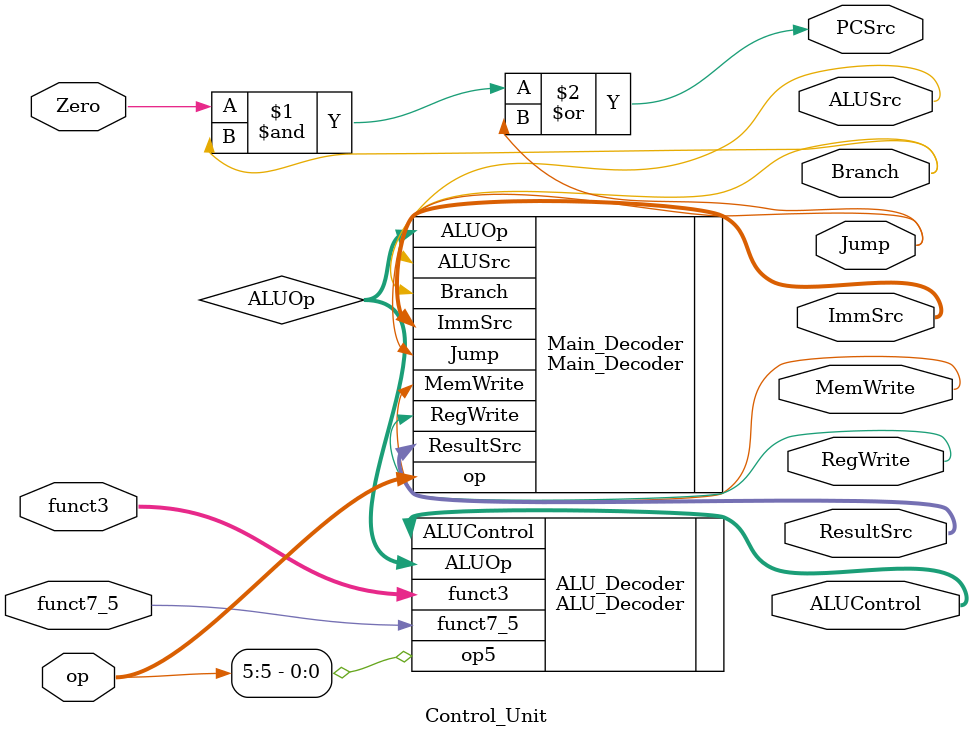
<source format=v>
module Control_Unit (
    input Zero,
    input [6:0] op,
    input [2:0] funct3,
    input funct7_5,

    output PCSrc,
    output [1:0] ResultSrc,
    output MemWrite,
    output ALUSrc,
    output [1:0]ImmSrc,
    output RegWrite,
    output [2:0]ALUControl,
    output Branch,
    output Jump
);

    wire [1:0] ALUOp;

    Main_Decoder Main_Decoder(
        .op(op),
        .Branch(Branch),
        .Jump(Jump),
        .ResultSrc(ResultSrc),
        .MemWrite(MemWrite),
        .ALUSrc(ALUSrc),
        .ImmSrc(ImmSrc),
        .RegWrite(RegWrite),
        .ALUOp(ALUOp)
    );

    ALU_Decoder ALU_Decoder(
        .ALUOp(ALUOp),
        .op5(op[5]),
        .funct3(funct3),
        .funct7_5(funct7_5),
        .ALUControl(ALUControl)
    );

    assign PCSrc = (Zero & Branch) | (Jump);

endmodule
</source>
